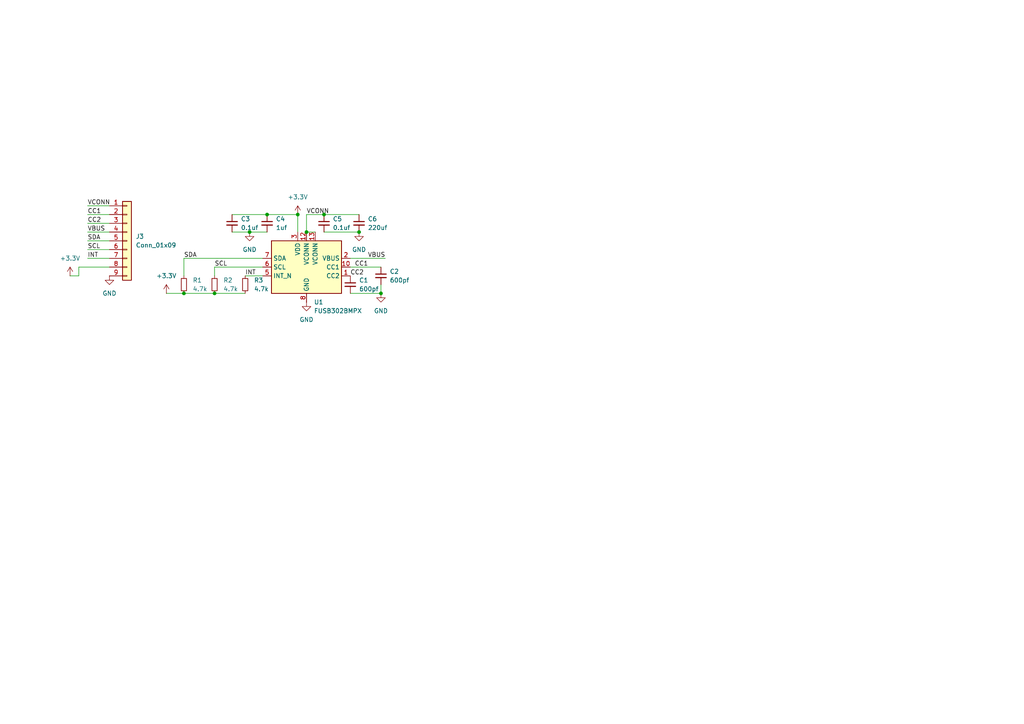
<source format=kicad_sch>
(kicad_sch
	(version 20250114)
	(generator "eeschema")
	(generator_version "9.0")
	(uuid "7c4f77c9-c6bc-4db3-bb52-d5b73d6c816b")
	(paper "A4")
	(lib_symbols
		(symbol "Connector_Generic:Conn_01x09"
			(pin_names
				(offset 1.016)
				(hide yes)
			)
			(exclude_from_sim no)
			(in_bom yes)
			(on_board yes)
			(property "Reference" "J"
				(at 0 12.7 0)
				(effects
					(font
						(size 1.27 1.27)
					)
				)
			)
			(property "Value" "Conn_01x09"
				(at 0 -12.7 0)
				(effects
					(font
						(size 1.27 1.27)
					)
				)
			)
			(property "Footprint" ""
				(at 0 0 0)
				(effects
					(font
						(size 1.27 1.27)
					)
					(hide yes)
				)
			)
			(property "Datasheet" "~"
				(at 0 0 0)
				(effects
					(font
						(size 1.27 1.27)
					)
					(hide yes)
				)
			)
			(property "Description" "Generic connector, single row, 01x09, script generated (kicad-library-utils/schlib/autogen/connector/)"
				(at 0 0 0)
				(effects
					(font
						(size 1.27 1.27)
					)
					(hide yes)
				)
			)
			(property "ki_keywords" "connector"
				(at 0 0 0)
				(effects
					(font
						(size 1.27 1.27)
					)
					(hide yes)
				)
			)
			(property "ki_fp_filters" "Connector*:*_1x??_*"
				(at 0 0 0)
				(effects
					(font
						(size 1.27 1.27)
					)
					(hide yes)
				)
			)
			(symbol "Conn_01x09_1_1"
				(rectangle
					(start -1.27 11.43)
					(end 1.27 -11.43)
					(stroke
						(width 0.254)
						(type default)
					)
					(fill
						(type background)
					)
				)
				(rectangle
					(start -1.27 10.287)
					(end 0 10.033)
					(stroke
						(width 0.1524)
						(type default)
					)
					(fill
						(type none)
					)
				)
				(rectangle
					(start -1.27 7.747)
					(end 0 7.493)
					(stroke
						(width 0.1524)
						(type default)
					)
					(fill
						(type none)
					)
				)
				(rectangle
					(start -1.27 5.207)
					(end 0 4.953)
					(stroke
						(width 0.1524)
						(type default)
					)
					(fill
						(type none)
					)
				)
				(rectangle
					(start -1.27 2.667)
					(end 0 2.413)
					(stroke
						(width 0.1524)
						(type default)
					)
					(fill
						(type none)
					)
				)
				(rectangle
					(start -1.27 0.127)
					(end 0 -0.127)
					(stroke
						(width 0.1524)
						(type default)
					)
					(fill
						(type none)
					)
				)
				(rectangle
					(start -1.27 -2.413)
					(end 0 -2.667)
					(stroke
						(width 0.1524)
						(type default)
					)
					(fill
						(type none)
					)
				)
				(rectangle
					(start -1.27 -4.953)
					(end 0 -5.207)
					(stroke
						(width 0.1524)
						(type default)
					)
					(fill
						(type none)
					)
				)
				(rectangle
					(start -1.27 -7.493)
					(end 0 -7.747)
					(stroke
						(width 0.1524)
						(type default)
					)
					(fill
						(type none)
					)
				)
				(rectangle
					(start -1.27 -10.033)
					(end 0 -10.287)
					(stroke
						(width 0.1524)
						(type default)
					)
					(fill
						(type none)
					)
				)
				(pin passive line
					(at -5.08 10.16 0)
					(length 3.81)
					(name "Pin_1"
						(effects
							(font
								(size 1.27 1.27)
							)
						)
					)
					(number "1"
						(effects
							(font
								(size 1.27 1.27)
							)
						)
					)
				)
				(pin passive line
					(at -5.08 7.62 0)
					(length 3.81)
					(name "Pin_2"
						(effects
							(font
								(size 1.27 1.27)
							)
						)
					)
					(number "2"
						(effects
							(font
								(size 1.27 1.27)
							)
						)
					)
				)
				(pin passive line
					(at -5.08 5.08 0)
					(length 3.81)
					(name "Pin_3"
						(effects
							(font
								(size 1.27 1.27)
							)
						)
					)
					(number "3"
						(effects
							(font
								(size 1.27 1.27)
							)
						)
					)
				)
				(pin passive line
					(at -5.08 2.54 0)
					(length 3.81)
					(name "Pin_4"
						(effects
							(font
								(size 1.27 1.27)
							)
						)
					)
					(number "4"
						(effects
							(font
								(size 1.27 1.27)
							)
						)
					)
				)
				(pin passive line
					(at -5.08 0 0)
					(length 3.81)
					(name "Pin_5"
						(effects
							(font
								(size 1.27 1.27)
							)
						)
					)
					(number "5"
						(effects
							(font
								(size 1.27 1.27)
							)
						)
					)
				)
				(pin passive line
					(at -5.08 -2.54 0)
					(length 3.81)
					(name "Pin_6"
						(effects
							(font
								(size 1.27 1.27)
							)
						)
					)
					(number "6"
						(effects
							(font
								(size 1.27 1.27)
							)
						)
					)
				)
				(pin passive line
					(at -5.08 -5.08 0)
					(length 3.81)
					(name "Pin_7"
						(effects
							(font
								(size 1.27 1.27)
							)
						)
					)
					(number "7"
						(effects
							(font
								(size 1.27 1.27)
							)
						)
					)
				)
				(pin passive line
					(at -5.08 -7.62 0)
					(length 3.81)
					(name "Pin_8"
						(effects
							(font
								(size 1.27 1.27)
							)
						)
					)
					(number "8"
						(effects
							(font
								(size 1.27 1.27)
							)
						)
					)
				)
				(pin passive line
					(at -5.08 -10.16 0)
					(length 3.81)
					(name "Pin_9"
						(effects
							(font
								(size 1.27 1.27)
							)
						)
					)
					(number "9"
						(effects
							(font
								(size 1.27 1.27)
							)
						)
					)
				)
			)
			(embedded_fonts no)
		)
		(symbol "Device:C_Small"
			(pin_numbers
				(hide yes)
			)
			(pin_names
				(offset 0.254)
				(hide yes)
			)
			(exclude_from_sim no)
			(in_bom yes)
			(on_board yes)
			(property "Reference" "C"
				(at 0.254 1.778 0)
				(effects
					(font
						(size 1.27 1.27)
					)
					(justify left)
				)
			)
			(property "Value" "C_Small"
				(at 0.254 -2.032 0)
				(effects
					(font
						(size 1.27 1.27)
					)
					(justify left)
				)
			)
			(property "Footprint" ""
				(at 0 0 0)
				(effects
					(font
						(size 1.27 1.27)
					)
					(hide yes)
				)
			)
			(property "Datasheet" "~"
				(at 0 0 0)
				(effects
					(font
						(size 1.27 1.27)
					)
					(hide yes)
				)
			)
			(property "Description" "Unpolarized capacitor, small symbol"
				(at 0 0 0)
				(effects
					(font
						(size 1.27 1.27)
					)
					(hide yes)
				)
			)
			(property "ki_keywords" "capacitor cap"
				(at 0 0 0)
				(effects
					(font
						(size 1.27 1.27)
					)
					(hide yes)
				)
			)
			(property "ki_fp_filters" "C_*"
				(at 0 0 0)
				(effects
					(font
						(size 1.27 1.27)
					)
					(hide yes)
				)
			)
			(symbol "C_Small_0_1"
				(polyline
					(pts
						(xy -1.524 0.508) (xy 1.524 0.508)
					)
					(stroke
						(width 0.3048)
						(type default)
					)
					(fill
						(type none)
					)
				)
				(polyline
					(pts
						(xy -1.524 -0.508) (xy 1.524 -0.508)
					)
					(stroke
						(width 0.3302)
						(type default)
					)
					(fill
						(type none)
					)
				)
			)
			(symbol "C_Small_1_1"
				(pin passive line
					(at 0 2.54 270)
					(length 2.032)
					(name "~"
						(effects
							(font
								(size 1.27 1.27)
							)
						)
					)
					(number "1"
						(effects
							(font
								(size 1.27 1.27)
							)
						)
					)
				)
				(pin passive line
					(at 0 -2.54 90)
					(length 2.032)
					(name "~"
						(effects
							(font
								(size 1.27 1.27)
							)
						)
					)
					(number "2"
						(effects
							(font
								(size 1.27 1.27)
							)
						)
					)
				)
			)
			(embedded_fonts no)
		)
		(symbol "Device:R_Small"
			(pin_numbers
				(hide yes)
			)
			(pin_names
				(offset 0.254)
				(hide yes)
			)
			(exclude_from_sim no)
			(in_bom yes)
			(on_board yes)
			(property "Reference" "R"
				(at 0.762 0.508 0)
				(effects
					(font
						(size 1.27 1.27)
					)
					(justify left)
				)
			)
			(property "Value" "R_Small"
				(at 0.762 -1.016 0)
				(effects
					(font
						(size 1.27 1.27)
					)
					(justify left)
				)
			)
			(property "Footprint" ""
				(at 0 0 0)
				(effects
					(font
						(size 1.27 1.27)
					)
					(hide yes)
				)
			)
			(property "Datasheet" "~"
				(at 0 0 0)
				(effects
					(font
						(size 1.27 1.27)
					)
					(hide yes)
				)
			)
			(property "Description" "Resistor, small symbol"
				(at 0 0 0)
				(effects
					(font
						(size 1.27 1.27)
					)
					(hide yes)
				)
			)
			(property "ki_keywords" "R resistor"
				(at 0 0 0)
				(effects
					(font
						(size 1.27 1.27)
					)
					(hide yes)
				)
			)
			(property "ki_fp_filters" "R_*"
				(at 0 0 0)
				(effects
					(font
						(size 1.27 1.27)
					)
					(hide yes)
				)
			)
			(symbol "R_Small_0_1"
				(rectangle
					(start -0.762 1.778)
					(end 0.762 -1.778)
					(stroke
						(width 0.2032)
						(type default)
					)
					(fill
						(type none)
					)
				)
			)
			(symbol "R_Small_1_1"
				(pin passive line
					(at 0 2.54 270)
					(length 0.762)
					(name "~"
						(effects
							(font
								(size 1.27 1.27)
							)
						)
					)
					(number "1"
						(effects
							(font
								(size 1.27 1.27)
							)
						)
					)
				)
				(pin passive line
					(at 0 -2.54 90)
					(length 0.762)
					(name "~"
						(effects
							(font
								(size 1.27 1.27)
							)
						)
					)
					(number "2"
						(effects
							(font
								(size 1.27 1.27)
							)
						)
					)
				)
			)
			(embedded_fonts no)
		)
		(symbol "Interface_USB:FUSB302BMPX"
			(exclude_from_sim no)
			(in_bom yes)
			(on_board yes)
			(property "Reference" "U"
				(at -10.16 8.89 0)
				(effects
					(font
						(size 1.27 1.27)
					)
					(justify left)
				)
			)
			(property "Value" "FUSB302BMPX"
				(at 3.81 8.89 0)
				(effects
					(font
						(size 1.27 1.27)
					)
					(justify left)
				)
			)
			(property "Footprint" "Package_DFN_QFN:WQFN-14-1EP_2.5x2.5mm_P0.5mm_EP1.45x1.45mm"
				(at 0 -12.7 0)
				(effects
					(font
						(size 1.27 1.27)
					)
					(hide yes)
				)
			)
			(property "Datasheet" "http://www.onsemi.com/pub/Collateral/FUSB302B-D.PDF"
				(at 2.54 -10.16 0)
				(effects
					(font
						(size 1.27 1.27)
					)
					(hide yes)
				)
			)
			(property "Description" "Programmable USB Type-C Controller w/PD, I2C address 0x22, WQFN-14"
				(at 0 0 0)
				(effects
					(font
						(size 1.27 1.27)
					)
					(hide yes)
				)
			)
			(property "ki_keywords" "USB USB-C PD Power Delivery PHY"
				(at 0 0 0)
				(effects
					(font
						(size 1.27 1.27)
					)
					(hide yes)
				)
			)
			(property "ki_fp_filters" "WQFN*1EP*2.5x2.5mm*P0.5mm*"
				(at 0 0 0)
				(effects
					(font
						(size 1.27 1.27)
					)
					(hide yes)
				)
			)
			(symbol "FUSB302BMPX_0_1"
				(rectangle
					(start -10.16 7.62)
					(end 10.16 -7.62)
					(stroke
						(width 0.254)
						(type default)
					)
					(fill
						(type background)
					)
				)
			)
			(symbol "FUSB302BMPX_1_1"
				(pin bidirectional line
					(at -12.7 2.54 0)
					(length 2.54)
					(name "SDA"
						(effects
							(font
								(size 1.27 1.27)
							)
						)
					)
					(number "7"
						(effects
							(font
								(size 1.27 1.27)
							)
						)
					)
				)
				(pin input line
					(at -12.7 0 0)
					(length 2.54)
					(name "SCL"
						(effects
							(font
								(size 1.27 1.27)
							)
						)
					)
					(number "6"
						(effects
							(font
								(size 1.27 1.27)
							)
						)
					)
				)
				(pin open_collector line
					(at -12.7 -2.54 0)
					(length 2.54)
					(name "INT_N"
						(effects
							(font
								(size 1.27 1.27)
							)
						)
					)
					(number "5"
						(effects
							(font
								(size 1.27 1.27)
							)
						)
					)
				)
				(pin power_in line
					(at -2.54 10.16 270)
					(length 2.54)
					(name "VDD"
						(effects
							(font
								(size 1.27 1.27)
							)
						)
					)
					(number "3"
						(effects
							(font
								(size 1.27 1.27)
							)
						)
					)
				)
				(pin passive line
					(at -2.54 10.16 270)
					(length 2.54)
					(hide yes)
					(name "VDD"
						(effects
							(font
								(size 1.27 1.27)
							)
						)
					)
					(number "4"
						(effects
							(font
								(size 1.27 1.27)
							)
						)
					)
				)
				(pin power_in line
					(at 0 10.16 270)
					(length 2.54)
					(name "VCONN"
						(effects
							(font
								(size 1.27 1.27)
							)
						)
					)
					(number "12"
						(effects
							(font
								(size 1.27 1.27)
							)
						)
					)
				)
				(pin passive line
					(at 0 -10.16 90)
					(length 2.54)
					(hide yes)
					(name "GND"
						(effects
							(font
								(size 1.27 1.27)
							)
						)
					)
					(number "15"
						(effects
							(font
								(size 1.27 1.27)
							)
						)
					)
				)
				(pin power_in line
					(at 0 -10.16 90)
					(length 2.54)
					(name "GND"
						(effects
							(font
								(size 1.27 1.27)
							)
						)
					)
					(number "8"
						(effects
							(font
								(size 1.27 1.27)
							)
						)
					)
				)
				(pin passive line
					(at 0 -10.16 90)
					(length 2.54)
					(hide yes)
					(name "GND"
						(effects
							(font
								(size 1.27 1.27)
							)
						)
					)
					(number "9"
						(effects
							(font
								(size 1.27 1.27)
							)
						)
					)
				)
				(pin power_in line
					(at 2.54 10.16 270)
					(length 2.54)
					(name "VCONN"
						(effects
							(font
								(size 1.27 1.27)
							)
						)
					)
					(number "13"
						(effects
							(font
								(size 1.27 1.27)
							)
						)
					)
				)
				(pin input line
					(at 12.7 2.54 180)
					(length 2.54)
					(name "VBUS"
						(effects
							(font
								(size 1.27 1.27)
							)
						)
					)
					(number "2"
						(effects
							(font
								(size 1.27 1.27)
							)
						)
					)
				)
				(pin bidirectional line
					(at 12.7 0 180)
					(length 2.54)
					(name "CC1"
						(effects
							(font
								(size 1.27 1.27)
							)
						)
					)
					(number "10"
						(effects
							(font
								(size 1.27 1.27)
							)
						)
					)
				)
				(pin bidirectional line
					(at 12.7 0 180)
					(length 2.54)
					(hide yes)
					(name "CC1"
						(effects
							(font
								(size 1.27 1.27)
							)
						)
					)
					(number "11"
						(effects
							(font
								(size 1.27 1.27)
							)
						)
					)
				)
				(pin bidirectional line
					(at 12.7 -2.54 180)
					(length 2.54)
					(name "CC2"
						(effects
							(font
								(size 1.27 1.27)
							)
						)
					)
					(number "1"
						(effects
							(font
								(size 1.27 1.27)
							)
						)
					)
				)
				(pin bidirectional line
					(at 12.7 -2.54 180)
					(length 2.54)
					(hide yes)
					(name "CC2"
						(effects
							(font
								(size 1.27 1.27)
							)
						)
					)
					(number "14"
						(effects
							(font
								(size 1.27 1.27)
							)
						)
					)
				)
			)
			(embedded_fonts no)
		)
		(symbol "power:+3.3V"
			(power)
			(pin_numbers
				(hide yes)
			)
			(pin_names
				(offset 0)
				(hide yes)
			)
			(exclude_from_sim no)
			(in_bom yes)
			(on_board yes)
			(property "Reference" "#PWR"
				(at 0 -3.81 0)
				(effects
					(font
						(size 1.27 1.27)
					)
					(hide yes)
				)
			)
			(property "Value" "+3.3V"
				(at 0 3.556 0)
				(effects
					(font
						(size 1.27 1.27)
					)
				)
			)
			(property "Footprint" ""
				(at 0 0 0)
				(effects
					(font
						(size 1.27 1.27)
					)
					(hide yes)
				)
			)
			(property "Datasheet" ""
				(at 0 0 0)
				(effects
					(font
						(size 1.27 1.27)
					)
					(hide yes)
				)
			)
			(property "Description" "Power symbol creates a global label with name \"+3.3V\""
				(at 0 0 0)
				(effects
					(font
						(size 1.27 1.27)
					)
					(hide yes)
				)
			)
			(property "ki_keywords" "global power"
				(at 0 0 0)
				(effects
					(font
						(size 1.27 1.27)
					)
					(hide yes)
				)
			)
			(symbol "+3.3V_0_1"
				(polyline
					(pts
						(xy -0.762 1.27) (xy 0 2.54)
					)
					(stroke
						(width 0)
						(type default)
					)
					(fill
						(type none)
					)
				)
				(polyline
					(pts
						(xy 0 2.54) (xy 0.762 1.27)
					)
					(stroke
						(width 0)
						(type default)
					)
					(fill
						(type none)
					)
				)
				(polyline
					(pts
						(xy 0 0) (xy 0 2.54)
					)
					(stroke
						(width 0)
						(type default)
					)
					(fill
						(type none)
					)
				)
			)
			(symbol "+3.3V_1_1"
				(pin power_in line
					(at 0 0 90)
					(length 0)
					(name "~"
						(effects
							(font
								(size 1.27 1.27)
							)
						)
					)
					(number "1"
						(effects
							(font
								(size 1.27 1.27)
							)
						)
					)
				)
			)
			(embedded_fonts no)
		)
		(symbol "power:GND"
			(power)
			(pin_numbers
				(hide yes)
			)
			(pin_names
				(offset 0)
				(hide yes)
			)
			(exclude_from_sim no)
			(in_bom yes)
			(on_board yes)
			(property "Reference" "#PWR"
				(at 0 -6.35 0)
				(effects
					(font
						(size 1.27 1.27)
					)
					(hide yes)
				)
			)
			(property "Value" "GND"
				(at 0 -3.81 0)
				(effects
					(font
						(size 1.27 1.27)
					)
				)
			)
			(property "Footprint" ""
				(at 0 0 0)
				(effects
					(font
						(size 1.27 1.27)
					)
					(hide yes)
				)
			)
			(property "Datasheet" ""
				(at 0 0 0)
				(effects
					(font
						(size 1.27 1.27)
					)
					(hide yes)
				)
			)
			(property "Description" "Power symbol creates a global label with name \"GND\" , ground"
				(at 0 0 0)
				(effects
					(font
						(size 1.27 1.27)
					)
					(hide yes)
				)
			)
			(property "ki_keywords" "global power"
				(at 0 0 0)
				(effects
					(font
						(size 1.27 1.27)
					)
					(hide yes)
				)
			)
			(symbol "GND_0_1"
				(polyline
					(pts
						(xy 0 0) (xy 0 -1.27) (xy 1.27 -1.27) (xy 0 -2.54) (xy -1.27 -1.27) (xy 0 -1.27)
					)
					(stroke
						(width 0)
						(type default)
					)
					(fill
						(type none)
					)
				)
			)
			(symbol "GND_1_1"
				(pin power_in line
					(at 0 0 270)
					(length 0)
					(name "~"
						(effects
							(font
								(size 1.27 1.27)
							)
						)
					)
					(number "1"
						(effects
							(font
								(size 1.27 1.27)
							)
						)
					)
				)
			)
			(embedded_fonts no)
		)
	)
	(junction
		(at 104.14 67.31)
		(diameter 0)
		(color 0 0 0 0)
		(uuid "6804c2cd-4090-4669-861c-15dfc913d622")
	)
	(junction
		(at 93.98 62.23)
		(diameter 0)
		(color 0 0 0 0)
		(uuid "68484852-27bf-402c-baaa-e47e7e955970")
	)
	(junction
		(at 88.9 67.31)
		(diameter 0)
		(color 0 0 0 0)
		(uuid "7b634e7c-ad80-4223-b48b-eb3b51fbfe17")
	)
	(junction
		(at 53.34 85.09)
		(diameter 0)
		(color 0 0 0 0)
		(uuid "a2edbdc8-262d-4fb8-b3ff-a8aedf278e3a")
	)
	(junction
		(at 86.36 62.23)
		(diameter 0)
		(color 0 0 0 0)
		(uuid "c15ec2c0-0b29-470a-8ab8-826cd0e67bb9")
	)
	(junction
		(at 110.49 85.09)
		(diameter 0)
		(color 0 0 0 0)
		(uuid "cad37d40-40c7-4391-b806-1d29a0bfab18")
	)
	(junction
		(at 72.39 67.31)
		(diameter 0)
		(color 0 0 0 0)
		(uuid "db6a88b6-91ac-4600-8fc1-88aab9d4409c")
	)
	(junction
		(at 62.23 85.09)
		(diameter 0)
		(color 0 0 0 0)
		(uuid "e05bfaa7-a1b4-40f4-a8ee-777975e2d6c8")
	)
	(junction
		(at 77.47 62.23)
		(diameter 0)
		(color 0 0 0 0)
		(uuid "f1d1ccfd-4a33-4262-8310-ff6034720b1a")
	)
	(wire
		(pts
			(xy 76.2 77.47) (xy 62.23 77.47)
		)
		(stroke
			(width 0)
			(type default)
		)
		(uuid "0e0aeac5-3ab2-44ea-941e-a900ac34af2b")
	)
	(wire
		(pts
			(xy 110.49 85.09) (xy 101.6 85.09)
		)
		(stroke
			(width 0)
			(type default)
		)
		(uuid "1c87211a-23d2-4670-80cd-ae5bda34fef9")
	)
	(wire
		(pts
			(xy 53.34 74.93) (xy 53.34 80.01)
		)
		(stroke
			(width 0)
			(type default)
		)
		(uuid "3756c2a0-2898-4379-81b6-b43012142b53")
	)
	(wire
		(pts
			(xy 53.34 85.09) (xy 62.23 85.09)
		)
		(stroke
			(width 0)
			(type default)
		)
		(uuid "3b4a89ff-278a-41dc-b332-2ba71e63e7f0")
	)
	(wire
		(pts
			(xy 71.12 80.01) (xy 76.2 80.01)
		)
		(stroke
			(width 0)
			(type default)
		)
		(uuid "41652ec1-c4e3-44c3-b233-339cb2dd66f7")
	)
	(wire
		(pts
			(xy 25.4 72.39) (xy 31.75 72.39)
		)
		(stroke
			(width 0)
			(type default)
		)
		(uuid "422843f1-8dcf-4e13-a6c0-dd05ecd1007b")
	)
	(wire
		(pts
			(xy 25.4 64.77) (xy 31.75 64.77)
		)
		(stroke
			(width 0)
			(type default)
		)
		(uuid "4cd18272-afc8-4f74-a7c2-9f951ab578d3")
	)
	(wire
		(pts
			(xy 67.31 67.31) (xy 72.39 67.31)
		)
		(stroke
			(width 0)
			(type default)
		)
		(uuid "4e229b12-07d0-4cac-b78f-74ce58e126b7")
	)
	(wire
		(pts
			(xy 93.98 67.31) (xy 104.14 67.31)
		)
		(stroke
			(width 0)
			(type default)
		)
		(uuid "5305f3de-7557-4a44-95be-7961139d4bd5")
	)
	(wire
		(pts
			(xy 25.4 67.31) (xy 31.75 67.31)
		)
		(stroke
			(width 0)
			(type default)
		)
		(uuid "57172262-2f95-4f1d-a6ae-8150a4a54ca1")
	)
	(wire
		(pts
			(xy 25.4 74.93) (xy 31.75 74.93)
		)
		(stroke
			(width 0)
			(type default)
		)
		(uuid "6394a90a-28a8-412b-8192-60f5ba4fd71e")
	)
	(wire
		(pts
			(xy 110.49 82.55) (xy 110.49 85.09)
		)
		(stroke
			(width 0)
			(type default)
		)
		(uuid "641bb04c-9051-44fc-a9ea-ebe6f3d48820")
	)
	(wire
		(pts
			(xy 86.36 62.23) (xy 77.47 62.23)
		)
		(stroke
			(width 0)
			(type default)
		)
		(uuid "67cd45e5-3110-43f7-9885-0fa50c2ae094")
	)
	(wire
		(pts
			(xy 48.26 85.09) (xy 53.34 85.09)
		)
		(stroke
			(width 0)
			(type default)
		)
		(uuid "68a952d5-cb4d-4774-9d08-4a01532a8701")
	)
	(wire
		(pts
			(xy 67.31 62.23) (xy 77.47 62.23)
		)
		(stroke
			(width 0)
			(type default)
		)
		(uuid "6ec7a8cd-554b-4ac9-bf44-593c096f356e")
	)
	(wire
		(pts
			(xy 25.4 59.69) (xy 31.75 59.69)
		)
		(stroke
			(width 0)
			(type default)
		)
		(uuid "70ae9af6-2922-4fa6-90e6-d790a34715ae")
	)
	(wire
		(pts
			(xy 88.9 67.31) (xy 91.44 67.31)
		)
		(stroke
			(width 0)
			(type default)
		)
		(uuid "7a5cb064-c35b-40d4-8a6e-d85a1d04cce4")
	)
	(wire
		(pts
			(xy 62.23 85.09) (xy 71.12 85.09)
		)
		(stroke
			(width 0)
			(type default)
		)
		(uuid "7af2d2bd-3990-4779-b90c-2cc2df55eea9")
	)
	(wire
		(pts
			(xy 22.86 80.01) (xy 20.32 80.01)
		)
		(stroke
			(width 0)
			(type default)
		)
		(uuid "7e29c0d2-5cd6-4706-93c5-ad82c77f6e78")
	)
	(wire
		(pts
			(xy 101.6 77.47) (xy 110.49 77.47)
		)
		(stroke
			(width 0)
			(type default)
		)
		(uuid "80906ca6-3709-4605-a9ab-f43aca748e64")
	)
	(wire
		(pts
			(xy 93.98 62.23) (xy 104.14 62.23)
		)
		(stroke
			(width 0)
			(type default)
		)
		(uuid "ab3f3737-b307-4027-83c1-a2abe3fde19f")
	)
	(wire
		(pts
			(xy 25.4 69.85) (xy 31.75 69.85)
		)
		(stroke
			(width 0)
			(type default)
		)
		(uuid "ac09de41-7622-4b46-86cc-31d1b1595bb5")
	)
	(wire
		(pts
			(xy 25.4 62.23) (xy 31.75 62.23)
		)
		(stroke
			(width 0)
			(type default)
		)
		(uuid "b39e9093-3aea-4f1c-be12-c11d1766428e")
	)
	(wire
		(pts
			(xy 22.86 77.47) (xy 22.86 80.01)
		)
		(stroke
			(width 0)
			(type default)
		)
		(uuid "c17790c0-6d7b-45a2-88d2-2bf88e3b5068")
	)
	(wire
		(pts
			(xy 111.76 74.93) (xy 101.6 74.93)
		)
		(stroke
			(width 0)
			(type default)
		)
		(uuid "cc7387d7-2452-4bc0-8024-55f01130d794")
	)
	(wire
		(pts
			(xy 72.39 67.31) (xy 77.47 67.31)
		)
		(stroke
			(width 0)
			(type default)
		)
		(uuid "cfc8835e-d9dd-4ba1-a374-23d4434a0d8f")
	)
	(wire
		(pts
			(xy 31.75 77.47) (xy 22.86 77.47)
		)
		(stroke
			(width 0)
			(type default)
		)
		(uuid "e0631502-9576-49ab-a337-b883ff9c953e")
	)
	(wire
		(pts
			(xy 88.9 62.23) (xy 93.98 62.23)
		)
		(stroke
			(width 0)
			(type default)
		)
		(uuid "e702cf77-969c-4139-a0f2-12bfd2ea102f")
	)
	(wire
		(pts
			(xy 62.23 77.47) (xy 62.23 80.01)
		)
		(stroke
			(width 0)
			(type default)
		)
		(uuid "f134809a-311f-407c-b5dc-66a3a0add6cf")
	)
	(wire
		(pts
			(xy 86.36 67.31) (xy 86.36 62.23)
		)
		(stroke
			(width 0)
			(type default)
		)
		(uuid "f2209914-326b-4d19-a3ab-ce12bcf64cd8")
	)
	(wire
		(pts
			(xy 76.2 74.93) (xy 53.34 74.93)
		)
		(stroke
			(width 0)
			(type default)
		)
		(uuid "f87adf62-1520-490d-b74f-d45e6ca89ac3")
	)
	(wire
		(pts
			(xy 88.9 62.23) (xy 88.9 67.31)
		)
		(stroke
			(width 0)
			(type default)
		)
		(uuid "fc837d7c-3fe4-4d0d-b44a-9a27e5634723")
	)
	(label "CC2"
		(at 101.6 80.01 0)
		(effects
			(font
				(size 1.27 1.27)
			)
			(justify left bottom)
		)
		(uuid "0f09246c-0dfe-4c27-93ae-6913d1b480f1")
	)
	(label "SDA"
		(at 25.4 69.85 0)
		(effects
			(font
				(size 1.27 1.27)
			)
			(justify left bottom)
		)
		(uuid "1001743c-7116-49fb-a078-62e71fa2a236")
	)
	(label "INT"
		(at 71.12 80.01 0)
		(effects
			(font
				(size 1.27 1.27)
			)
			(justify left bottom)
		)
		(uuid "26646bd7-0e50-48e1-ac25-9d908b036fd5")
	)
	(label "CC2"
		(at 25.4 64.77 0)
		(effects
			(font
				(size 1.27 1.27)
			)
			(justify left bottom)
		)
		(uuid "3339429c-be9d-448b-80d3-35f25b492096")
	)
	(label "VBUS"
		(at 25.4 67.31 0)
		(effects
			(font
				(size 1.27 1.27)
			)
			(justify left bottom)
		)
		(uuid "33fabe4d-bfe4-44df-8b69-cb19dffd05fc")
	)
	(label "SCL"
		(at 62.23 77.47 0)
		(effects
			(font
				(size 1.27 1.27)
			)
			(justify left bottom)
		)
		(uuid "3e55a073-6852-4391-b1d4-3c0445d5a51c")
	)
	(label "INT"
		(at 25.4 74.93 0)
		(effects
			(font
				(size 1.27 1.27)
			)
			(justify left bottom)
		)
		(uuid "535ace3c-e09d-4c6f-a14e-3d0f9ccc71ac")
	)
	(label "SDA"
		(at 53.34 74.93 0)
		(effects
			(font
				(size 1.27 1.27)
			)
			(justify left bottom)
		)
		(uuid "5e24da0b-b77e-45d4-84ea-0eaeae352a8b")
	)
	(label "VCONN"
		(at 25.4 59.69 0)
		(effects
			(font
				(size 1.27 1.27)
			)
			(justify left bottom)
		)
		(uuid "72e08ac8-0af8-421d-b715-7f4abd8fead0")
	)
	(label "CC1"
		(at 25.4 62.23 0)
		(effects
			(font
				(size 1.27 1.27)
			)
			(justify left bottom)
		)
		(uuid "7c1850df-8d8f-4b0e-bd5a-f8763e1b592b")
	)
	(label "VCONN"
		(at 88.9 62.23 0)
		(effects
			(font
				(size 1.27 1.27)
			)
			(justify left bottom)
		)
		(uuid "aaa3be27-73ac-4935-95e1-21aad11c6be7")
	)
	(label "VBUS"
		(at 111.76 74.93 180)
		(effects
			(font
				(size 1.27 1.27)
			)
			(justify right bottom)
		)
		(uuid "b55bf23a-124d-42b4-a029-57aa8cca08d8")
	)
	(label "SCL"
		(at 25.4 72.39 0)
		(effects
			(font
				(size 1.27 1.27)
			)
			(justify left bottom)
		)
		(uuid "c36d50e0-62da-4420-9fb0-5273b07f30ea")
	)
	(label "CC1"
		(at 102.87 77.47 0)
		(effects
			(font
				(size 1.27 1.27)
			)
			(justify left bottom)
		)
		(uuid "d88b877f-dbdd-4999-95e7-e81259b7a3d7")
	)
	(symbol
		(lib_id "Device:C_Small")
		(at 104.14 64.77 0)
		(unit 1)
		(exclude_from_sim no)
		(in_bom yes)
		(on_board yes)
		(dnp no)
		(fields_autoplaced yes)
		(uuid "0dfc68a0-3ea8-47e3-8efb-b001105357f1")
		(property "Reference" "C6"
			(at 106.68 63.5062 0)
			(effects
				(font
					(size 1.27 1.27)
				)
				(justify left)
			)
		)
		(property "Value" "220uf"
			(at 106.68 66.0462 0)
			(effects
				(font
					(size 1.27 1.27)
				)
				(justify left)
			)
		)
		(property "Footprint" "Capacitor_SMD:C_0603_1608Metric_Pad1.08x0.95mm_HandSolder"
			(at 104.14 64.77 0)
			(effects
				(font
					(size 1.27 1.27)
				)
				(hide yes)
			)
		)
		(property "Datasheet" "~"
			(at 104.14 64.77 0)
			(effects
				(font
					(size 1.27 1.27)
				)
				(hide yes)
			)
		)
		(property "Description" "Unpolarized capacitor, small symbol"
			(at 104.14 64.77 0)
			(effects
				(font
					(size 1.27 1.27)
				)
				(hide yes)
			)
		)
		(pin "1"
			(uuid "45b7346e-7ae1-4638-b54c-bd532811342e")
		)
		(pin "2"
			(uuid "7f433c44-a5d2-4c20-bd2c-b8da963f5331")
		)
		(instances
			(project ""
				(path "/7c4f77c9-c6bc-4db3-bb52-d5b73d6c816b"
					(reference "C6")
					(unit 1)
				)
			)
		)
	)
	(symbol
		(lib_id "Device:C_Small")
		(at 101.6 82.55 0)
		(unit 1)
		(exclude_from_sim no)
		(in_bom yes)
		(on_board yes)
		(dnp no)
		(fields_autoplaced yes)
		(uuid "184e002a-55af-49be-9c89-fd2c5ba50fa1")
		(property "Reference" "C1"
			(at 104.14 81.2862 0)
			(effects
				(font
					(size 1.27 1.27)
				)
				(justify left)
			)
		)
		(property "Value" "600pf"
			(at 104.14 83.8262 0)
			(effects
				(font
					(size 1.27 1.27)
				)
				(justify left)
			)
		)
		(property "Footprint" "Capacitor_THT:CP_Radial_D4.0mm_P1.50mm"
			(at 101.6 82.55 0)
			(effects
				(font
					(size 1.27 1.27)
				)
				(hide yes)
			)
		)
		(property "Datasheet" "~"
			(at 101.6 82.55 0)
			(effects
				(font
					(size 1.27 1.27)
				)
				(hide yes)
			)
		)
		(property "Description" "Unpolarized capacitor, small symbol"
			(at 101.6 82.55 0)
			(effects
				(font
					(size 1.27 1.27)
				)
				(hide yes)
			)
		)
		(pin "1"
			(uuid "45b7346e-7ae1-4638-b54c-bd532811342e")
		)
		(pin "2"
			(uuid "7f433c44-a5d2-4c20-bd2c-b8da963f5331")
		)
		(instances
			(project ""
				(path "/7c4f77c9-c6bc-4db3-bb52-d5b73d6c816b"
					(reference "C1")
					(unit 1)
				)
			)
		)
	)
	(symbol
		(lib_id "power:+3.3V")
		(at 86.36 62.23 0)
		(unit 1)
		(exclude_from_sim no)
		(in_bom yes)
		(on_board yes)
		(dnp no)
		(fields_autoplaced yes)
		(uuid "1a4a4848-966e-471d-bf86-89e7317f9349")
		(property "Reference" "#PWR06"
			(at 86.36 66.04 0)
			(effects
				(font
					(size 1.27 1.27)
				)
				(hide yes)
			)
		)
		(property "Value" "+3.3V"
			(at 86.36 57.15 0)
			(effects
				(font
					(size 1.27 1.27)
				)
			)
		)
		(property "Footprint" ""
			(at 86.36 62.23 0)
			(effects
				(font
					(size 1.27 1.27)
				)
				(hide yes)
			)
		)
		(property "Datasheet" ""
			(at 86.36 62.23 0)
			(effects
				(font
					(size 1.27 1.27)
				)
				(hide yes)
			)
		)
		(property "Description" "Power symbol creates a global label with name \"+3.3V\""
			(at 86.36 62.23 0)
			(effects
				(font
					(size 1.27 1.27)
				)
				(hide yes)
			)
		)
		(pin "1"
			(uuid "e9688ac0-6cf6-488e-84d9-1b47df44da30")
		)
		(instances
			(project ""
				(path "/7c4f77c9-c6bc-4db3-bb52-d5b73d6c816b"
					(reference "#PWR06")
					(unit 1)
				)
			)
		)
	)
	(symbol
		(lib_id "Device:R_Small")
		(at 53.34 82.55 0)
		(unit 1)
		(exclude_from_sim no)
		(in_bom yes)
		(on_board yes)
		(dnp no)
		(fields_autoplaced yes)
		(uuid "1ba4c2a3-474a-4b3b-8b81-1852be9eed37")
		(property "Reference" "R1"
			(at 55.88 81.2799 0)
			(effects
				(font
					(size 1.27 1.27)
				)
				(justify left)
			)
		)
		(property "Value" "4.7k"
			(at 55.88 83.8199 0)
			(effects
				(font
					(size 1.27 1.27)
				)
				(justify left)
			)
		)
		(property "Footprint" "Capacitor_SMD:C_0603_1608Metric_Pad1.08x0.95mm_HandSolder"
			(at 53.34 82.55 0)
			(effects
				(font
					(size 1.27 1.27)
				)
				(hide yes)
			)
		)
		(property "Datasheet" "~"
			(at 53.34 82.55 0)
			(effects
				(font
					(size 1.27 1.27)
				)
				(hide yes)
			)
		)
		(property "Description" "Resistor, small symbol"
			(at 53.34 82.55 0)
			(effects
				(font
					(size 1.27 1.27)
				)
				(hide yes)
			)
		)
		(pin "1"
			(uuid "8537e70e-b761-4496-8174-d0eae95ed421")
		)
		(pin "2"
			(uuid "66b3ba91-23ad-4618-a961-089ccabd8e40")
		)
		(instances
			(project ""
				(path "/7c4f77c9-c6bc-4db3-bb52-d5b73d6c816b"
					(reference "R1")
					(unit 1)
				)
			)
		)
	)
	(symbol
		(lib_id "power:+3.3V")
		(at 20.32 80.01 0)
		(unit 1)
		(exclude_from_sim no)
		(in_bom yes)
		(on_board yes)
		(dnp no)
		(fields_autoplaced yes)
		(uuid "510391ea-d50d-4322-ae1b-f1d2ec02020d")
		(property "Reference" "#PWR02"
			(at 20.32 83.82 0)
			(effects
				(font
					(size 1.27 1.27)
				)
				(hide yes)
			)
		)
		(property "Value" "+3.3V"
			(at 20.32 74.93 0)
			(effects
				(font
					(size 1.27 1.27)
				)
			)
		)
		(property "Footprint" ""
			(at 20.32 80.01 0)
			(effects
				(font
					(size 1.27 1.27)
				)
				(hide yes)
			)
		)
		(property "Datasheet" ""
			(at 20.32 80.01 0)
			(effects
				(font
					(size 1.27 1.27)
				)
				(hide yes)
			)
		)
		(property "Description" "Power symbol creates a global label with name \"+3.3V\""
			(at 20.32 80.01 0)
			(effects
				(font
					(size 1.27 1.27)
				)
				(hide yes)
			)
		)
		(pin "1"
			(uuid "f8f74f0c-6a07-4258-b5e6-bf18b9edd378")
		)
		(instances
			(project ""
				(path "/7c4f77c9-c6bc-4db3-bb52-d5b73d6c816b"
					(reference "#PWR02")
					(unit 1)
				)
			)
		)
	)
	(symbol
		(lib_id "Device:R_Small")
		(at 71.12 82.55 0)
		(unit 1)
		(exclude_from_sim no)
		(in_bom yes)
		(on_board yes)
		(dnp no)
		(fields_autoplaced yes)
		(uuid "5cf358ea-39a8-4dfe-ad4a-8c9a273a74f2")
		(property "Reference" "R3"
			(at 73.66 81.2799 0)
			(effects
				(font
					(size 1.27 1.27)
				)
				(justify left)
			)
		)
		(property "Value" "4.7k"
			(at 73.66 83.8199 0)
			(effects
				(font
					(size 1.27 1.27)
				)
				(justify left)
			)
		)
		(property "Footprint" "Capacitor_SMD:C_0603_1608Metric_Pad1.08x0.95mm_HandSolder"
			(at 71.12 82.55 0)
			(effects
				(font
					(size 1.27 1.27)
				)
				(hide yes)
			)
		)
		(property "Datasheet" "~"
			(at 71.12 82.55 0)
			(effects
				(font
					(size 1.27 1.27)
				)
				(hide yes)
			)
		)
		(property "Description" "Resistor, small symbol"
			(at 71.12 82.55 0)
			(effects
				(font
					(size 1.27 1.27)
				)
				(hide yes)
			)
		)
		(pin "1"
			(uuid "8537e70e-b761-4496-8174-d0eae95ed421")
		)
		(pin "2"
			(uuid "66b3ba91-23ad-4618-a961-089ccabd8e40")
		)
		(instances
			(project ""
				(path "/7c4f77c9-c6bc-4db3-bb52-d5b73d6c816b"
					(reference "R3")
					(unit 1)
				)
			)
		)
	)
	(symbol
		(lib_id "Device:C_Small")
		(at 93.98 64.77 0)
		(unit 1)
		(exclude_from_sim no)
		(in_bom yes)
		(on_board yes)
		(dnp no)
		(fields_autoplaced yes)
		(uuid "6912bd10-29ba-4624-86a2-3b75452c90ae")
		(property "Reference" "C5"
			(at 96.52 63.5062 0)
			(effects
				(font
					(size 1.27 1.27)
				)
				(justify left)
			)
		)
		(property "Value" "0.1uf"
			(at 96.52 66.0462 0)
			(effects
				(font
					(size 1.27 1.27)
				)
				(justify left)
			)
		)
		(property "Footprint" "Capacitor_SMD:C_0603_1608Metric_Pad1.08x0.95mm_HandSolder"
			(at 93.98 64.77 0)
			(effects
				(font
					(size 1.27 1.27)
				)
				(hide yes)
			)
		)
		(property "Datasheet" "~"
			(at 93.98 64.77 0)
			(effects
				(font
					(size 1.27 1.27)
				)
				(hide yes)
			)
		)
		(property "Description" "Unpolarized capacitor, small symbol"
			(at 93.98 64.77 0)
			(effects
				(font
					(size 1.27 1.27)
				)
				(hide yes)
			)
		)
		(pin "1"
			(uuid "45b7346e-7ae1-4638-b54c-bd532811342e")
		)
		(pin "2"
			(uuid "7f433c44-a5d2-4c20-bd2c-b8da963f5331")
		)
		(instances
			(project ""
				(path "/7c4f77c9-c6bc-4db3-bb52-d5b73d6c816b"
					(reference "C5")
					(unit 1)
				)
			)
		)
	)
	(symbol
		(lib_id "Device:C_Small")
		(at 77.47 64.77 0)
		(unit 1)
		(exclude_from_sim no)
		(in_bom yes)
		(on_board yes)
		(dnp no)
		(fields_autoplaced yes)
		(uuid "70479dd5-0dd2-4773-8736-eda263984ea0")
		(property "Reference" "C4"
			(at 80.01 63.5062 0)
			(effects
				(font
					(size 1.27 1.27)
				)
				(justify left)
			)
		)
		(property "Value" "1uf"
			(at 80.01 66.0462 0)
			(effects
				(font
					(size 1.27 1.27)
				)
				(justify left)
			)
		)
		(property "Footprint" "Capacitor_SMD:C_0603_1608Metric_Pad1.08x0.95mm_HandSolder"
			(at 77.47 64.77 0)
			(effects
				(font
					(size 1.27 1.27)
				)
				(hide yes)
			)
		)
		(property "Datasheet" "~"
			(at 77.47 64.77 0)
			(effects
				(font
					(size 1.27 1.27)
				)
				(hide yes)
			)
		)
		(property "Description" "Unpolarized capacitor, small symbol"
			(at 77.47 64.77 0)
			(effects
				(font
					(size 1.27 1.27)
				)
				(hide yes)
			)
		)
		(pin "1"
			(uuid "45b7346e-7ae1-4638-b54c-bd532811342e")
		)
		(pin "2"
			(uuid "7f433c44-a5d2-4c20-bd2c-b8da963f5331")
		)
		(instances
			(project ""
				(path "/7c4f77c9-c6bc-4db3-bb52-d5b73d6c816b"
					(reference "C4")
					(unit 1)
				)
			)
		)
	)
	(symbol
		(lib_id "Device:C_Small")
		(at 67.31 64.77 0)
		(unit 1)
		(exclude_from_sim no)
		(in_bom yes)
		(on_board yes)
		(dnp no)
		(fields_autoplaced yes)
		(uuid "78f9ea5b-f888-4de0-ac10-bee94e4c989a")
		(property "Reference" "C3"
			(at 69.85 63.5062 0)
			(effects
				(font
					(size 1.27 1.27)
				)
				(justify left)
			)
		)
		(property "Value" "0.1uf"
			(at 69.85 66.0462 0)
			(effects
				(font
					(size 1.27 1.27)
				)
				(justify left)
			)
		)
		(property "Footprint" "Capacitor_SMD:C_0603_1608Metric_Pad1.08x0.95mm_HandSolder"
			(at 67.31 64.77 0)
			(effects
				(font
					(size 1.27 1.27)
				)
				(hide yes)
			)
		)
		(property "Datasheet" "~"
			(at 67.31 64.77 0)
			(effects
				(font
					(size 1.27 1.27)
				)
				(hide yes)
			)
		)
		(property "Description" "Unpolarized capacitor, small symbol"
			(at 67.31 64.77 0)
			(effects
				(font
					(size 1.27 1.27)
				)
				(hide yes)
			)
		)
		(pin "1"
			(uuid "45b7346e-7ae1-4638-b54c-bd532811342e")
		)
		(pin "2"
			(uuid "7f433c44-a5d2-4c20-bd2c-b8da963f5331")
		)
		(instances
			(project ""
				(path "/7c4f77c9-c6bc-4db3-bb52-d5b73d6c816b"
					(reference "C3")
					(unit 1)
				)
			)
		)
	)
	(symbol
		(lib_id "power:+3.3V")
		(at 48.26 85.09 0)
		(unit 1)
		(exclude_from_sim no)
		(in_bom yes)
		(on_board yes)
		(dnp no)
		(fields_autoplaced yes)
		(uuid "85f1f88e-b58c-4e7a-a009-dd61c94dcee2")
		(property "Reference" "#PWR01"
			(at 48.26 88.9 0)
			(effects
				(font
					(size 1.27 1.27)
				)
				(hide yes)
			)
		)
		(property "Value" "+3.3V"
			(at 48.26 80.01 0)
			(effects
				(font
					(size 1.27 1.27)
				)
			)
		)
		(property "Footprint" ""
			(at 48.26 85.09 0)
			(effects
				(font
					(size 1.27 1.27)
				)
				(hide yes)
			)
		)
		(property "Datasheet" ""
			(at 48.26 85.09 0)
			(effects
				(font
					(size 1.27 1.27)
				)
				(hide yes)
			)
		)
		(property "Description" "Power symbol creates a global label with name \"+3.3V\""
			(at 48.26 85.09 0)
			(effects
				(font
					(size 1.27 1.27)
				)
				(hide yes)
			)
		)
		(pin "1"
			(uuid "5195623d-e0e7-44fb-9208-6211fe3306d1")
		)
		(instances
			(project ""
				(path "/7c4f77c9-c6bc-4db3-bb52-d5b73d6c816b"
					(reference "#PWR01")
					(unit 1)
				)
			)
		)
	)
	(symbol
		(lib_id "power:GND")
		(at 104.14 67.31 0)
		(unit 1)
		(exclude_from_sim no)
		(in_bom yes)
		(on_board yes)
		(dnp no)
		(fields_autoplaced yes)
		(uuid "8df93460-a910-4c36-a195-298b50798c86")
		(property "Reference" "#PWR05"
			(at 104.14 73.66 0)
			(effects
				(font
					(size 1.27 1.27)
				)
				(hide yes)
			)
		)
		(property "Value" "GND"
			(at 104.14 72.39 0)
			(effects
				(font
					(size 1.27 1.27)
				)
			)
		)
		(property "Footprint" ""
			(at 104.14 67.31 0)
			(effects
				(font
					(size 1.27 1.27)
				)
				(hide yes)
			)
		)
		(property "Datasheet" ""
			(at 104.14 67.31 0)
			(effects
				(font
					(size 1.27 1.27)
				)
				(hide yes)
			)
		)
		(property "Description" "Power symbol creates a global label with name \"GND\" , ground"
			(at 104.14 67.31 0)
			(effects
				(font
					(size 1.27 1.27)
				)
				(hide yes)
			)
		)
		(pin "1"
			(uuid "26ef15c4-22e4-4c0a-8642-2f39b743574d")
		)
		(instances
			(project ""
				(path "/7c4f77c9-c6bc-4db3-bb52-d5b73d6c816b"
					(reference "#PWR05")
					(unit 1)
				)
			)
		)
	)
	(symbol
		(lib_id "power:GND")
		(at 31.75 80.01 0)
		(unit 1)
		(exclude_from_sim no)
		(in_bom yes)
		(on_board yes)
		(dnp no)
		(fields_autoplaced yes)
		(uuid "8f108edc-83f5-4f88-85cb-e65858bf142b")
		(property "Reference" "#PWR03"
			(at 31.75 86.36 0)
			(effects
				(font
					(size 1.27 1.27)
				)
				(hide yes)
			)
		)
		(property "Value" "GND"
			(at 31.75 85.09 0)
			(effects
				(font
					(size 1.27 1.27)
				)
			)
		)
		(property "Footprint" ""
			(at 31.75 80.01 0)
			(effects
				(font
					(size 1.27 1.27)
				)
				(hide yes)
			)
		)
		(property "Datasheet" ""
			(at 31.75 80.01 0)
			(effects
				(font
					(size 1.27 1.27)
				)
				(hide yes)
			)
		)
		(property "Description" "Power symbol creates a global label with name \"GND\" , ground"
			(at 31.75 80.01 0)
			(effects
				(font
					(size 1.27 1.27)
				)
				(hide yes)
			)
		)
		(pin "1"
			(uuid "26ef15c4-22e4-4c0a-8642-2f39b743574d")
		)
		(instances
			(project ""
				(path "/7c4f77c9-c6bc-4db3-bb52-d5b73d6c816b"
					(reference "#PWR03")
					(unit 1)
				)
			)
		)
	)
	(symbol
		(lib_id "power:GND")
		(at 88.9 87.63 0)
		(unit 1)
		(exclude_from_sim no)
		(in_bom yes)
		(on_board yes)
		(dnp no)
		(fields_autoplaced yes)
		(uuid "9297e055-0d52-4f26-8e15-4b63b5da8923")
		(property "Reference" "#PWR08"
			(at 88.9 93.98 0)
			(effects
				(font
					(size 1.27 1.27)
				)
				(hide yes)
			)
		)
		(property "Value" "GND"
			(at 88.9 92.71 0)
			(effects
				(font
					(size 1.27 1.27)
				)
			)
		)
		(property "Footprint" ""
			(at 88.9 87.63 0)
			(effects
				(font
					(size 1.27 1.27)
				)
				(hide yes)
			)
		)
		(property "Datasheet" ""
			(at 88.9 87.63 0)
			(effects
				(font
					(size 1.27 1.27)
				)
				(hide yes)
			)
		)
		(property "Description" "Power symbol creates a global label with name \"GND\" , ground"
			(at 88.9 87.63 0)
			(effects
				(font
					(size 1.27 1.27)
				)
				(hide yes)
			)
		)
		(pin "1"
			(uuid "e756389d-0b03-4f09-9d55-8027cc3c76c3")
		)
		(instances
			(project ""
				(path "/7c4f77c9-c6bc-4db3-bb52-d5b73d6c816b"
					(reference "#PWR08")
					(unit 1)
				)
			)
		)
	)
	(symbol
		(lib_id "power:GND")
		(at 110.49 85.09 0)
		(unit 1)
		(exclude_from_sim no)
		(in_bom yes)
		(on_board yes)
		(dnp no)
		(fields_autoplaced yes)
		(uuid "ae4a8be4-a284-4720-8f37-e857635c213b")
		(property "Reference" "#PWR07"
			(at 110.49 91.44 0)
			(effects
				(font
					(size 1.27 1.27)
				)
				(hide yes)
			)
		)
		(property "Value" "GND"
			(at 110.49 90.17 0)
			(effects
				(font
					(size 1.27 1.27)
				)
			)
		)
		(property "Footprint" ""
			(at 110.49 85.09 0)
			(effects
				(font
					(size 1.27 1.27)
				)
				(hide yes)
			)
		)
		(property "Datasheet" ""
			(at 110.49 85.09 0)
			(effects
				(font
					(size 1.27 1.27)
				)
				(hide yes)
			)
		)
		(property "Description" "Power symbol creates a global label with name \"GND\" , ground"
			(at 110.49 85.09 0)
			(effects
				(font
					(size 1.27 1.27)
				)
				(hide yes)
			)
		)
		(pin "1"
			(uuid "e756389d-0b03-4f09-9d55-8027cc3c76c3")
		)
		(instances
			(project ""
				(path "/7c4f77c9-c6bc-4db3-bb52-d5b73d6c816b"
					(reference "#PWR07")
					(unit 1)
				)
			)
		)
	)
	(symbol
		(lib_id "Device:C_Small")
		(at 110.49 80.01 0)
		(unit 1)
		(exclude_from_sim no)
		(in_bom yes)
		(on_board yes)
		(dnp no)
		(fields_autoplaced yes)
		(uuid "c1bc2524-895b-48f1-b41a-f60fd7433bd9")
		(property "Reference" "C2"
			(at 113.03 78.7462 0)
			(effects
				(font
					(size 1.27 1.27)
				)
				(justify left)
			)
		)
		(property "Value" "600pf"
			(at 113.03 81.2862 0)
			(effects
				(font
					(size 1.27 1.27)
				)
				(justify left)
			)
		)
		(property "Footprint" "Capacitor_THT:CP_Radial_D4.0mm_P1.50mm"
			(at 110.49 80.01 0)
			(effects
				(font
					(size 1.27 1.27)
				)
				(hide yes)
			)
		)
		(property "Datasheet" "~"
			(at 110.49 80.01 0)
			(effects
				(font
					(size 1.27 1.27)
				)
				(hide yes)
			)
		)
		(property "Description" "Unpolarized capacitor, small symbol"
			(at 110.49 80.01 0)
			(effects
				(font
					(size 1.27 1.27)
				)
				(hide yes)
			)
		)
		(pin "1"
			(uuid "45b7346e-7ae1-4638-b54c-bd532811342e")
		)
		(pin "2"
			(uuid "7f433c44-a5d2-4c20-bd2c-b8da963f5331")
		)
		(instances
			(project ""
				(path "/7c4f77c9-c6bc-4db3-bb52-d5b73d6c816b"
					(reference "C2")
					(unit 1)
				)
			)
		)
	)
	(symbol
		(lib_id "Connector_Generic:Conn_01x09")
		(at 36.83 69.85 0)
		(unit 1)
		(exclude_from_sim no)
		(in_bom yes)
		(on_board yes)
		(dnp no)
		(fields_autoplaced yes)
		(uuid "c6392aa9-e18f-405f-a698-a1220eda546a")
		(property "Reference" "J3"
			(at 39.37 68.5799 0)
			(effects
				(font
					(size 1.27 1.27)
				)
				(justify left)
			)
		)
		(property "Value" "Conn_01x09"
			(at 39.37 71.1199 0)
			(effects
				(font
					(size 1.27 1.27)
				)
				(justify left)
			)
		)
		(property "Footprint" "Connector_PinHeader_2.54mm:PinHeader_1x09_P2.54mm_Vertical"
			(at 36.83 69.85 0)
			(effects
				(font
					(size 1.27 1.27)
				)
				(hide yes)
			)
		)
		(property "Datasheet" "~"
			(at 36.83 69.85 0)
			(effects
				(font
					(size 1.27 1.27)
				)
				(hide yes)
			)
		)
		(property "Description" "Generic connector, single row, 01x09, script generated (kicad-library-utils/schlib/autogen/connector/)"
			(at 36.83 69.85 0)
			(effects
				(font
					(size 1.27 1.27)
				)
				(hide yes)
			)
		)
		(pin "2"
			(uuid "b74aed09-d077-45dd-b17f-9e9dbc698db0")
		)
		(pin "4"
			(uuid "5e0fe03a-b58b-46b3-8bbd-2a92187b8f85")
		)
		(pin "1"
			(uuid "7450d3c3-1932-4850-b647-ab558ba173cb")
		)
		(pin "6"
			(uuid "71805507-346e-4737-b87c-d98b5b317ced")
		)
		(pin "5"
			(uuid "3c462416-24da-41ad-9fdb-41838cf35f02")
		)
		(pin "3"
			(uuid "7843f049-0f8f-4355-b782-b2d87664d401")
		)
		(pin "9"
			(uuid "fa32bd87-88a3-4702-afeb-1b7902f8ee9d")
		)
		(pin "8"
			(uuid "26e2190a-0d26-47f7-a632-d58d7b58d4ed")
		)
		(pin "7"
			(uuid "57576626-7dc7-4997-ae5a-ec3f270dba76")
		)
		(instances
			(project ""
				(path "/7c4f77c9-c6bc-4db3-bb52-d5b73d6c816b"
					(reference "J3")
					(unit 1)
				)
			)
		)
	)
	(symbol
		(lib_id "Interface_USB:FUSB302BMPX")
		(at 88.9 77.47 0)
		(unit 1)
		(exclude_from_sim no)
		(in_bom yes)
		(on_board yes)
		(dnp no)
		(fields_autoplaced yes)
		(uuid "d1f529f3-1aa4-47f8-b1cb-f6a520e7f0f1")
		(property "Reference" "U1"
			(at 91.0433 87.63 0)
			(effects
				(font
					(size 1.27 1.27)
				)
				(justify left)
			)
		)
		(property "Value" "FUSB302BMPX"
			(at 91.0433 90.17 0)
			(effects
				(font
					(size 1.27 1.27)
				)
				(justify left)
			)
		)
		(property "Footprint" "Package_DFN_QFN:WQFN-14-1EP_2.5x2.5mm_P0.5mm_EP1.45x1.45mm"
			(at 88.9 90.17 0)
			(effects
				(font
					(size 1.27 1.27)
				)
				(hide yes)
			)
		)
		(property "Datasheet" "http://www.onsemi.com/pub/Collateral/FUSB302B-D.PDF"
			(at 91.44 87.63 0)
			(effects
				(font
					(size 1.27 1.27)
				)
				(hide yes)
			)
		)
		(property "Description" "Programmable USB Type-C Controller w/PD, I2C address 0x22, WQFN-14"
			(at 88.9 77.47 0)
			(effects
				(font
					(size 1.27 1.27)
				)
				(hide yes)
			)
		)
		(pin "6"
			(uuid "21ba0102-8083-4866-9a8e-246c1da36b2b")
		)
		(pin "8"
			(uuid "de59bcea-f19c-4de7-a3b6-bed4237b502f")
		)
		(pin "13"
			(uuid "3664b5cc-9a0b-4f52-9583-725560af97c4")
		)
		(pin "3"
			(uuid "e0566fb9-80c1-446c-a02c-c368f2ba7b00")
		)
		(pin "11"
			(uuid "247fae03-6c2b-46d0-9b04-322e46a09b66")
		)
		(pin "7"
			(uuid "3f8b0982-c587-447d-bde1-032bf5c97933")
		)
		(pin "10"
			(uuid "38a82051-033c-4fee-9fe7-98a5b310f3eb")
		)
		(pin "9"
			(uuid "6439ed54-deca-41ac-a706-4bed01b9d214")
		)
		(pin "5"
			(uuid "eecc91b3-6dad-4538-aab6-09d0281078f9")
		)
		(pin "4"
			(uuid "0fb776b4-49c8-4942-b092-f700612adc37")
		)
		(pin "12"
			(uuid "fb274198-7a90-4aeb-a8d6-65bb3cc80ae9")
		)
		(pin "15"
			(uuid "d0081679-f01a-4106-a681-fbdbdf848d4d")
		)
		(pin "2"
			(uuid "e6d5ecb5-3ddd-4ed1-804f-739033f7820e")
		)
		(pin "1"
			(uuid "55054fb6-5efb-45f1-ac97-4f56eb5b4b7a")
		)
		(pin "14"
			(uuid "df7a19c4-a295-45a8-a57f-424cb129b5b8")
		)
		(instances
			(project ""
				(path "/7c4f77c9-c6bc-4db3-bb52-d5b73d6c816b"
					(reference "U1")
					(unit 1)
				)
			)
		)
	)
	(symbol
		(lib_id "Device:R_Small")
		(at 62.23 82.55 0)
		(unit 1)
		(exclude_from_sim no)
		(in_bom yes)
		(on_board yes)
		(dnp no)
		(fields_autoplaced yes)
		(uuid "d8cfbe1e-cc8f-4b4a-ae04-0c1c3f296e50")
		(property "Reference" "R2"
			(at 64.77 81.2799 0)
			(effects
				(font
					(size 1.27 1.27)
				)
				(justify left)
			)
		)
		(property "Value" "4.7k"
			(at 64.77 83.8199 0)
			(effects
				(font
					(size 1.27 1.27)
				)
				(justify left)
			)
		)
		(property "Footprint" "Capacitor_SMD:C_0603_1608Metric_Pad1.08x0.95mm_HandSolder"
			(at 62.23 82.55 0)
			(effects
				(font
					(size 1.27 1.27)
				)
				(hide yes)
			)
		)
		(property "Datasheet" "~"
			(at 62.23 82.55 0)
			(effects
				(font
					(size 1.27 1.27)
				)
				(hide yes)
			)
		)
		(property "Description" "Resistor, small symbol"
			(at 62.23 82.55 0)
			(effects
				(font
					(size 1.27 1.27)
				)
				(hide yes)
			)
		)
		(pin "1"
			(uuid "8537e70e-b761-4496-8174-d0eae95ed421")
		)
		(pin "2"
			(uuid "66b3ba91-23ad-4618-a961-089ccabd8e40")
		)
		(instances
			(project ""
				(path "/7c4f77c9-c6bc-4db3-bb52-d5b73d6c816b"
					(reference "R2")
					(unit 1)
				)
			)
		)
	)
	(symbol
		(lib_id "power:GND")
		(at 72.39 67.31 0)
		(unit 1)
		(exclude_from_sim no)
		(in_bom yes)
		(on_board yes)
		(dnp no)
		(fields_autoplaced yes)
		(uuid "ff7c73ac-955d-45bd-8ede-4160dc73a402")
		(property "Reference" "#PWR04"
			(at 72.39 73.66 0)
			(effects
				(font
					(size 1.27 1.27)
				)
				(hide yes)
			)
		)
		(property "Value" "GND"
			(at 72.39 72.39 0)
			(effects
				(font
					(size 1.27 1.27)
				)
			)
		)
		(property "Footprint" ""
			(at 72.39 67.31 0)
			(effects
				(font
					(size 1.27 1.27)
				)
				(hide yes)
			)
		)
		(property "Datasheet" ""
			(at 72.39 67.31 0)
			(effects
				(font
					(size 1.27 1.27)
				)
				(hide yes)
			)
		)
		(property "Description" "Power symbol creates a global label with name \"GND\" , ground"
			(at 72.39 67.31 0)
			(effects
				(font
					(size 1.27 1.27)
				)
				(hide yes)
			)
		)
		(pin "1"
			(uuid "26ef15c4-22e4-4c0a-8642-2f39b743574d")
		)
		(instances
			(project ""
				(path "/7c4f77c9-c6bc-4db3-bb52-d5b73d6c816b"
					(reference "#PWR04")
					(unit 1)
				)
			)
		)
	)
	(sheet_instances
		(path "/"
			(page "1")
		)
	)
	(embedded_fonts no)
)

</source>
